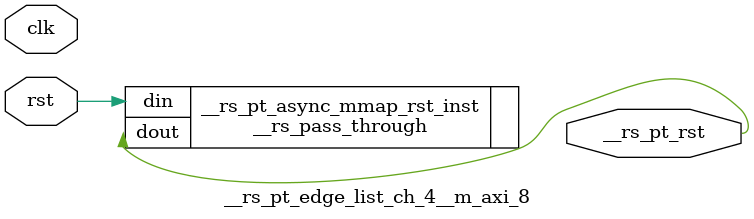
<source format=v>
`timescale 1 ns / 1 ps
/**   Generated by RapidStream   **/
module __rs_pt_edge_list_ch_4__m_axi_8 #(
    parameter BufferSize         = 32,
    parameter BufferSizeLog      = 5,
    parameter AddrWidth          = 64,
    parameter AxiSideAddrWidth   = 64,
    parameter DataWidth          = 512,
    parameter DataWidthBytesLog  = 6,
    parameter WaitTimeWidth      = 4,
    parameter BurstLenWidth      = 8,
    parameter EnableReadChannel  = 1,
    parameter EnableWriteChannel = 1,
    parameter MaxWaitTime        = 3,
    parameter MaxBurstLen        = 15
) (
    output wire __rs_pt_rst,
    input wire  clk,
    input wire  rst
);




__rs_pass_through #(
    .WIDTH (1)
) __rs_pt_async_mmap_rst_inst /**   Generated by RapidStream   **/ (
    .din  (rst),
    .dout (__rs_pt_rst)
);

endmodule  // __rs_pt_edge_list_ch_4__m_axi_8
</source>
